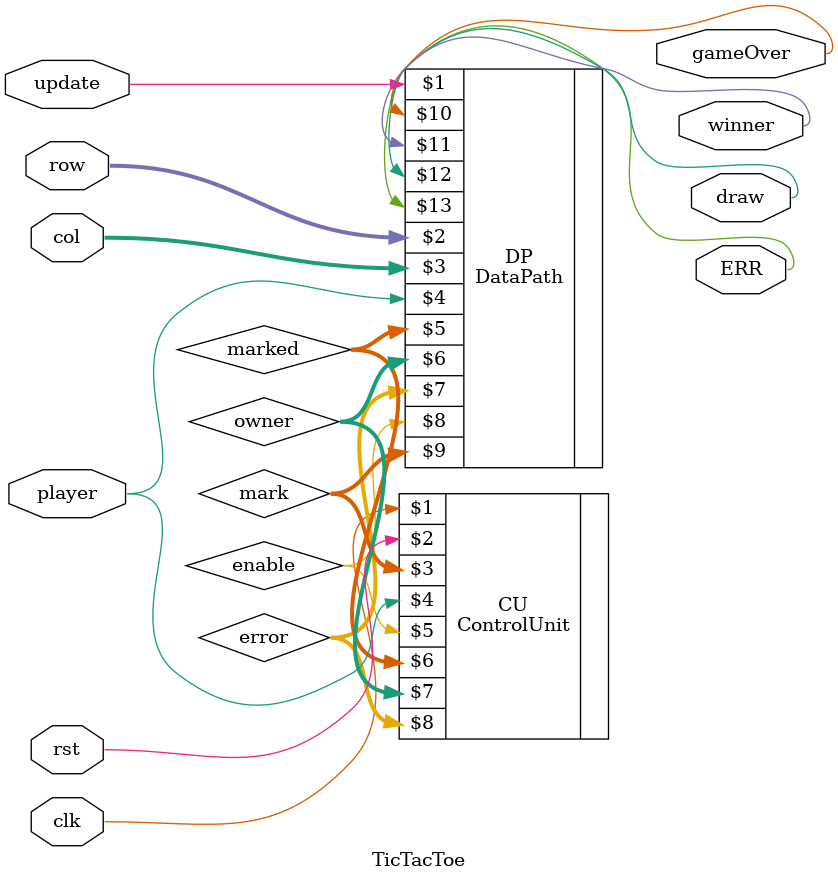
<source format=v>
module TicTacToe(
    input clk, rst, player, update,
    input [1:0] row, col,
    
    output gameOver, winner, draw, ERR
    );
    
    wire [8:0] mark;
    wire enable;
    wire [8:0] marked, owner, error;
    
    DataPath    DP(update, row, col, player, marked, owner, error, enable, mark, gameOver, winner, draw, ERR);
    ControlUnit CU(clk, rst, mark, player, enable, marked, owner, error);
   
endmodule

</source>
